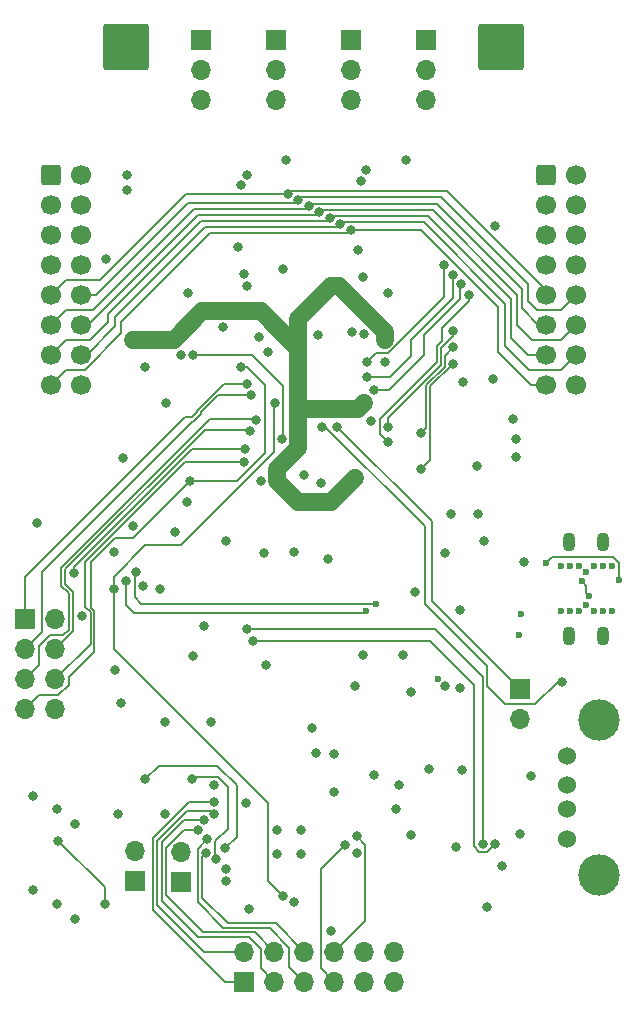
<source format=gbr>
%TF.GenerationSoftware,KiCad,Pcbnew,7.0.10*%
%TF.CreationDate,2024-02-21T15:12:55-06:00*%
%TF.ProjectId,HUB75-FPGA-Card,48554237-352d-4465-9047-412d43617264,rev?*%
%TF.SameCoordinates,Original*%
%TF.FileFunction,Copper,L4,Bot*%
%TF.FilePolarity,Positive*%
%FSLAX46Y46*%
G04 Gerber Fmt 4.6, Leading zero omitted, Abs format (unit mm)*
G04 Created by KiCad (PCBNEW 7.0.10) date 2024-02-21 15:12:55*
%MOMM*%
%LPD*%
G01*
G04 APERTURE LIST*
G04 Aperture macros list*
%AMRoundRect*
0 Rectangle with rounded corners*
0 $1 Rounding radius*
0 $2 $3 $4 $5 $6 $7 $8 $9 X,Y pos of 4 corners*
0 Add a 4 corners polygon primitive as box body*
4,1,4,$2,$3,$4,$5,$6,$7,$8,$9,$2,$3,0*
0 Add four circle primitives for the rounded corners*
1,1,$1+$1,$2,$3*
1,1,$1+$1,$4,$5*
1,1,$1+$1,$6,$7*
1,1,$1+$1,$8,$9*
0 Add four rect primitives between the rounded corners*
20,1,$1+$1,$2,$3,$4,$5,0*
20,1,$1+$1,$4,$5,$6,$7,0*
20,1,$1+$1,$6,$7,$8,$9,0*
20,1,$1+$1,$8,$9,$2,$3,0*%
G04 Aperture macros list end*
%TA.AperFunction,ComponentPad*%
%ADD10RoundRect,0.250000X-0.600000X-0.600000X0.600000X-0.600000X0.600000X0.600000X-0.600000X0.600000X0*%
%TD*%
%TA.AperFunction,ComponentPad*%
%ADD11C,1.700000*%
%TD*%
%TA.AperFunction,ComponentPad*%
%ADD12R,1.700000X1.700000*%
%TD*%
%TA.AperFunction,ComponentPad*%
%ADD13O,1.700000X1.700000*%
%TD*%
%TA.AperFunction,ComponentPad*%
%ADD14RoundRect,0.250002X-1.699998X-1.699998X1.699998X-1.699998X1.699998X1.699998X-1.699998X1.699998X0*%
%TD*%
%TA.AperFunction,ComponentPad*%
%ADD15O,1.100000X1.600000*%
%TD*%
%TA.AperFunction,ComponentPad*%
%ADD16C,1.524000*%
%TD*%
%TA.AperFunction,ComponentPad*%
%ADD17C,3.500000*%
%TD*%
%TA.AperFunction,ViaPad*%
%ADD18C,0.800000*%
%TD*%
%TA.AperFunction,ViaPad*%
%ADD19C,0.600000*%
%TD*%
%TA.AperFunction,Conductor*%
%ADD20C,0.203200*%
%TD*%
%TA.AperFunction,Conductor*%
%ADD21C,0.200000*%
%TD*%
%TA.AperFunction,Conductor*%
%ADD22C,1.500000*%
%TD*%
%TA.AperFunction,Conductor*%
%ADD23C,0.210820*%
%TD*%
G04 APERTURE END LIST*
D10*
%TO.P,J3,1,Pin_1*%
%TO.N,/Level Shifters/B3_out*%
X133985000Y-62230000D03*
D11*
%TO.P,J3,2,Pin_2*%
%TO.N,/Level Shifters/G3_out*%
X136525000Y-62230000D03*
%TO.P,J3,3,Pin_3*%
%TO.N,/Level Shifters/R3_out*%
X133985000Y-64770000D03*
%TO.P,J3,4,Pin_4*%
%TO.N,GND*%
X136525000Y-64770000D03*
%TO.P,J3,5,Pin_5*%
%TO.N,/Level Shifters/B4_out*%
X133985000Y-67310000D03*
%TO.P,J3,6,Pin_6*%
%TO.N,/Level Shifters/G4_out*%
X136525000Y-67310000D03*
%TO.P,J3,7,Pin_7*%
%TO.N,/Level Shifters/R4_out*%
X133985000Y-69850000D03*
%TO.P,J3,8,Pin_8*%
%TO.N,GND*%
X136525000Y-69850000D03*
%TO.P,J3,9,Pin_9*%
%TO.N,/Level Shifters/A_RCLK_out*%
X133985000Y-72390000D03*
%TO.P,J3,10,Pin_10*%
%TO.N,/Level Shifters/B_out*%
X136525000Y-72390000D03*
%TO.P,J3,11,Pin_11*%
%TO.N,/Level Shifters/C_RDAT_out*%
X133985000Y-74930000D03*
%TO.P,J3,12,Pin_12*%
%TO.N,/Level Shifters/D_out*%
X136525000Y-74930000D03*
%TO.P,J3,13,Pin_13*%
%TO.N,/Level Shifters/CLK_out*%
X133985000Y-77470000D03*
%TO.P,J3,14,Pin_14*%
%TO.N,/Level Shifters/LAT_out*%
X136525000Y-77470000D03*
%TO.P,J3,15,Pin_15*%
%TO.N,/Level Shifters/BLNK_out*%
X133985000Y-80010000D03*
%TO.P,J3,16,Pin_16*%
%TO.N,GND*%
X136525000Y-80010000D03*
%TD*%
D12*
%TO.P,J6,1,Pin_1*%
%TO.N,+5V*%
X104775000Y-50800000D03*
D13*
%TO.P,J6,2,Pin_2*%
%TO.N,/Level Shifters/LED1_out*%
X104775000Y-53340000D03*
%TO.P,J6,3,Pin_3*%
%TO.N,GND*%
X104775000Y-55880000D03*
%TD*%
D12*
%TO.P,J9,1,Pin_1*%
%TO.N,+5V*%
X123825000Y-50800000D03*
D13*
%TO.P,J9,2,Pin_2*%
%TO.N,/Level Shifters/LED4_out*%
X123825000Y-53340000D03*
%TO.P,J9,3,Pin_3*%
%TO.N,GND*%
X123825000Y-55880000D03*
%TD*%
D14*
%TO.P,J4,1,Pin_1*%
%TO.N,+5V*%
X98425000Y-51435000D03*
%TD*%
D12*
%TO.P,J13,1,Pin_1*%
%TO.N,+5V*%
X99187000Y-122052000D03*
D13*
%TO.P,J13,2,Pin_2*%
%TO.N,Net-(J13-Pin_2)*%
X99187000Y-119512000D03*
%TD*%
D14*
%TO.P,J5,1,Pin_1*%
%TO.N,GND*%
X130175000Y-51435000D03*
%TD*%
D12*
%TO.P,J8,1,Pin_1*%
%TO.N,+5V*%
X117475000Y-50815000D03*
D13*
%TO.P,J8,2,Pin_2*%
%TO.N,/Level Shifters/LED3_out*%
X117475000Y-53355000D03*
%TO.P,J8,3,Pin_3*%
%TO.N,GND*%
X117475000Y-55895000D03*
%TD*%
D12*
%TO.P,J7,1,Pin_1*%
%TO.N,+5V*%
X111125000Y-50815000D03*
D13*
%TO.P,J7,2,Pin_2*%
%TO.N,/Level Shifters/LED2_out*%
X111125000Y-53355000D03*
%TO.P,J7,3,Pin_3*%
%TO.N,GND*%
X111125000Y-55895000D03*
%TD*%
D15*
%TO.P,J10,S1,SHIELD*%
%TO.N,GND*%
X135988500Y-101282000D03*
X138848500Y-101282000D03*
X135988500Y-93282000D03*
X138848500Y-93282000D03*
%TD*%
D12*
%TO.P,J12,1,Pin_1*%
%TO.N,/MCU/GPIO0*%
X108458000Y-130556000D03*
D13*
%TO.P,J12,2,Pin_2*%
%TO.N,/MCU/GPIO1*%
X108458000Y-128016000D03*
%TO.P,J12,3,Pin_3*%
%TO.N,/MCU/GPIO2*%
X110998000Y-130556000D03*
%TO.P,J12,4,Pin_4*%
%TO.N,/MCU/GPIO3*%
X110998000Y-128016000D03*
%TO.P,J12,5,Pin_5*%
%TO.N,/MCU/GPIO4*%
X113538000Y-130556000D03*
%TO.P,J12,6,Pin_6*%
%TO.N,/MCU/GPIO5*%
X113538000Y-128016000D03*
%TO.P,J12,7,Pin_7*%
%TO.N,/MCU/GPIO26*%
X116078000Y-130556000D03*
%TO.P,J12,8,Pin_8*%
%TO.N,/MCU/GPIO27*%
X116078000Y-128016000D03*
%TO.P,J12,9,Pin_9*%
%TO.N,+3V3*%
X118618000Y-130556000D03*
%TO.P,J12,10,Pin_10*%
X118618000Y-128016000D03*
%TO.P,J12,11,Pin_11*%
%TO.N,GND*%
X121158000Y-130556000D03*
%TO.P,J12,12,Pin_12*%
X121158000Y-128016000D03*
%TD*%
D12*
%TO.P,JP1,1,A*%
%TO.N,Net-(JP1-A)*%
X131826000Y-105786000D03*
D13*
%TO.P,JP1,2,B*%
%TO.N,+3V3*%
X131826000Y-108326000D03*
%TD*%
D16*
%TO.P,J11,1,VBUS*%
%TO.N,+5V*%
X135805000Y-118435000D03*
%TO.P,J11,2,D-*%
%TO.N,/USB Hub/USB_EXT_D-*%
X135805000Y-115935000D03*
%TO.P,J11,3,D+*%
%TO.N,/USB Hub/USB_EXT_D+*%
X135805000Y-113935000D03*
%TO.P,J11,4,GND*%
%TO.N,GND*%
X135805000Y-111435000D03*
D17*
%TO.P,J11,5,Shield*%
X138515000Y-121505000D03*
X138515000Y-108365000D03*
%TD*%
D12*
%TO.P,J1,1,Pin_1*%
%TO.N,/FPGA/TDO*%
X89911000Y-99832000D03*
D13*
%TO.P,J1,2,Pin_2*%
%TO.N,+3V3*%
X92451000Y-99832000D03*
%TO.P,J1,3,Pin_3*%
%TO.N,/FPGA/TCK*%
X89911000Y-102372000D03*
%TO.P,J1,4,Pin_4*%
%TO.N,/FPGA/TDI*%
X92451000Y-102372000D03*
%TO.P,J1,5,Pin_5*%
%TO.N,/FPGA/TMS*%
X89911000Y-104912000D03*
%TO.P,J1,6,Pin_6*%
%TO.N,/FPGA/CRESET_N*%
X92451000Y-104912000D03*
%TO.P,J1,7,Pin_7*%
%TO.N,/FPGA/SS*%
X89911000Y-107452000D03*
%TO.P,J1,8,Pin_8*%
%TO.N,GND*%
X92451000Y-107452000D03*
%TD*%
D10*
%TO.P,J2,1,Pin_1*%
%TO.N,/Level Shifters/B1_out*%
X92075000Y-62230000D03*
D11*
%TO.P,J2,2,Pin_2*%
%TO.N,/Level Shifters/G1_out*%
X94615000Y-62230000D03*
%TO.P,J2,3,Pin_3*%
%TO.N,/Level Shifters/R1_out*%
X92075000Y-64770000D03*
%TO.P,J2,4,Pin_4*%
%TO.N,GND*%
X94615000Y-64770000D03*
%TO.P,J2,5,Pin_5*%
%TO.N,/Level Shifters/B2_out*%
X92075000Y-67310000D03*
%TO.P,J2,6,Pin_6*%
%TO.N,/Level Shifters/G2_out*%
X94615000Y-67310000D03*
%TO.P,J2,7,Pin_7*%
%TO.N,/Level Shifters/R2_out*%
X92075000Y-69850000D03*
%TO.P,J2,8,Pin_8*%
%TO.N,GND*%
X94615000Y-69850000D03*
%TO.P,J2,9,Pin_9*%
%TO.N,/Level Shifters/A_RCLK_out*%
X92075000Y-72390000D03*
%TO.P,J2,10,Pin_10*%
%TO.N,/Level Shifters/B_out*%
X94615000Y-72390000D03*
%TO.P,J2,11,Pin_11*%
%TO.N,/Level Shifters/C_RDAT_out*%
X92075000Y-74930000D03*
%TO.P,J2,12,Pin_12*%
%TO.N,/Level Shifters/D_out*%
X94615000Y-74930000D03*
%TO.P,J2,13,Pin_13*%
%TO.N,/Level Shifters/CLK_out*%
X92075000Y-77470000D03*
%TO.P,J2,14,Pin_14*%
%TO.N,/Level Shifters/LAT_out*%
X94615000Y-77470000D03*
%TO.P,J2,15,Pin_15*%
%TO.N,/Level Shifters/BLNK_out*%
X92075000Y-80010000D03*
%TO.P,J2,16,Pin_16*%
%TO.N,GND*%
X94615000Y-80010000D03*
%TD*%
D12*
%TO.P,J14,1,Pin_1*%
%TO.N,+5V*%
X103124000Y-122095500D03*
D13*
%TO.P,J14,2,Pin_2*%
%TO.N,Net-(J14-Pin_2)*%
X103124000Y-119555500D03*
%TD*%
D18*
%TO.N,GND*%
X114554000Y-111190000D03*
X131191000Y-82931000D03*
X102616000Y-92456000D03*
X107950000Y-68326000D03*
X105664000Y-108585000D03*
X122936000Y-97536000D03*
X98552000Y-63500000D03*
X120650000Y-72263000D03*
X132128750Y-94996000D03*
X122133400Y-60960000D03*
X114681000Y-75819000D03*
X108577734Y-115389400D03*
X129032000Y-124206000D03*
X108839000Y-124411000D03*
X125476000Y-94234000D03*
X132715000Y-113157000D03*
X101727000Y-108585000D03*
X110112351Y-94287898D03*
X108458000Y-70612000D03*
X126746000Y-99060000D03*
X126365000Y-119126000D03*
X128778000Y-93218000D03*
X99060000Y-91948000D03*
X114173000Y-109093000D03*
X118110000Y-68605000D03*
X101854000Y-81533994D03*
X119481638Y-113015320D03*
X117602000Y-75565000D03*
X90551000Y-122809000D03*
X118491000Y-70866000D03*
X112679144Y-94137144D03*
X122555000Y-106045000D03*
X90932000Y-91694000D03*
X109902000Y-88138000D03*
X97536000Y-104140000D03*
X131826000Y-118066000D03*
X110276299Y-103759000D03*
X111699600Y-70231000D03*
X97409000Y-94193600D03*
X105029000Y-100457000D03*
X127000000Y-79756000D03*
X106934000Y-122047000D03*
X106637500Y-75141500D03*
X111252000Y-119761000D03*
X113284000Y-117729000D03*
X121920000Y-102870000D03*
D19*
X131699000Y-101219000D03*
D18*
X108204000Y-63119000D03*
X99884452Y-97088358D03*
X90551000Y-114808000D03*
X94742000Y-99568000D03*
X130273978Y-120789157D03*
X124079000Y-112522000D03*
D19*
X124841000Y-104902000D03*
D18*
X103124000Y-77470000D03*
X115570000Y-94742000D03*
X119220934Y-83058000D03*
X121285000Y-115951000D03*
X109728000Y-75946000D03*
X92583000Y-123952000D03*
X92583000Y-115951000D03*
X114962422Y-88292423D03*
X111252000Y-117729000D03*
X112014000Y-60960000D03*
X113284000Y-119761000D03*
X104140000Y-102997000D03*
X129667000Y-66548000D03*
X118351080Y-62768147D03*
X115824000Y-126238000D03*
X97790000Y-116332000D03*
X101727000Y-116332000D03*
D19*
%TO.N,+5V*%
X137418500Y-98679000D03*
D18*
X118745000Y-61849000D03*
D19*
X136021500Y-99187000D03*
X137418500Y-95885000D03*
D18*
X126873000Y-112649000D03*
D19*
X138053500Y-95377000D03*
D18*
X96774000Y-69342000D03*
D19*
X138053500Y-99187000D03*
X136783500Y-99187000D03*
X135259500Y-95377000D03*
X131861750Y-99441000D03*
D18*
X121539000Y-113919000D03*
X131445000Y-86106000D03*
D19*
X138815500Y-99187000D03*
X139577500Y-95377000D03*
D18*
X126746000Y-105664000D03*
D19*
X138815500Y-95377000D03*
X136021500Y-95377000D03*
D18*
X108712000Y-62230000D03*
X98568222Y-62246222D03*
X122555000Y-118110000D03*
D19*
X139577500Y-99187000D03*
X135259500Y-99187000D03*
X136783500Y-95377000D03*
D18*
X131445000Y-84582000D03*
%TO.N,/FPGA/CLK_12MHZ*%
X111760000Y-123317000D03*
X97409000Y-97282000D03*
X111058400Y-81594400D03*
%TO.N,+3V3*%
X117983000Y-119634000D03*
X118491000Y-102870000D03*
X117856000Y-105537000D03*
X103665200Y-72225467D03*
X116078000Y-114492000D03*
X100076000Y-78486000D03*
X110490000Y-77216000D03*
X98044000Y-106934000D03*
X113538000Y-87630000D03*
X125477398Y-105538398D03*
X106934000Y-121046997D03*
X120396000Y-78116600D03*
X112649000Y-123825000D03*
X118618000Y-75692000D03*
X98171000Y-86233000D03*
X106934000Y-93218000D03*
X103632000Y-89916000D03*
X129540000Y-79502000D03*
X94107000Y-125222000D03*
X116078000Y-111252000D03*
X101346000Y-97282000D03*
X125984000Y-90932000D03*
X108722116Y-71624628D03*
X105918000Y-113919000D03*
X128270000Y-90932000D03*
X128143000Y-86868000D03*
X94107000Y-117221000D03*
%TO.N,/FPGA/TCK*%
X109026400Y-80904494D03*
%TO.N,+1V2*%
X117856000Y-87884000D03*
X120396000Y-76200000D03*
X116501600Y-71653184D03*
X118618000Y-81534000D03*
X111252000Y-87630000D03*
X113030000Y-82042000D03*
X99060000Y-76200000D03*
X113030000Y-76962000D03*
%TO.N,/Level Shifters/BLNK_out*%
X117475000Y-66929000D03*
%TO.N,/Level Shifters/LAT_out*%
X116586000Y-66421000D03*
%TO.N,/Level Shifters/CLK_out*%
X115697000Y-65913000D03*
%TO.N,/FPGA/G3*%
X118872000Y-78116600D03*
X125394193Y-69871407D03*
%TO.N,/FPGA/B3*%
X126117200Y-70739000D03*
X118872000Y-79375000D03*
%TO.N,/FPGA/R3*%
X126818800Y-71510300D03*
X119428000Y-80454000D03*
%TO.N,/FPGA/SS*%
X108204000Y-78486000D03*
X103892718Y-88142931D03*
%TO.N,/FPGA/TMS*%
X109474000Y-82997600D03*
%TO.N,/FPGA/TDI*%
X108966000Y-83950000D03*
%TO.N,/FPGA/TDO*%
X108649709Y-79923923D03*
%TO.N,/FPGA/CRESET_N*%
X108446710Y-86542700D03*
D19*
%TO.N,/USB Hub/RAW_D-*%
X137037500Y-96647000D03*
X137672500Y-97917000D03*
D18*
%TO.N,/MCU/SCL1*%
X96647000Y-123952000D03*
X92710000Y-118618000D03*
%TO.N,/MCU/5VSW_1*%
X100076000Y-113411000D03*
X106822992Y-119268992D03*
%TO.N,/MCU/5VSW_2*%
X104013000Y-113411000D03*
X106062418Y-120174390D03*
D19*
%TO.N,Net-(J10-CC2)*%
X133985000Y-95123000D03*
X140208000Y-96520000D03*
D18*
%TO.N,Net-(U10-VDD)*%
X109220000Y-101727000D03*
X129667000Y-118872000D03*
%TO.N,Net-(U9-MICIN)*%
X128651000Y-118872000D03*
X108712000Y-100711000D03*
%TO.N,Net-(U3B-GPIOL_08_CDI0)*%
X108511720Y-85490705D03*
X94072346Y-95959222D03*
%TO.N,Net-(U3B-GPIOL_09_CDI1)*%
X104140000Y-77470000D03*
X111680000Y-84582000D03*
%TO.N,Net-(U3C-GPIOR_149_CBUS2)*%
X126111000Y-75438000D03*
X120627334Y-83567741D03*
%TO.N,Net-(U3C-GPIOR_150_CBUS1)*%
X120592300Y-84836000D03*
X127508000Y-72390000D03*
%TO.N,Net-(U3C-GPIOR_151_CBUS0)*%
X126131146Y-76835849D03*
X123450097Y-84108636D03*
%TO.N,Net-(U3C-GPIOR_158_TEST_N)*%
X123444000Y-87122000D03*
X126111000Y-78232000D03*
%TO.N,Net-(U7-CS)*%
X98425000Y-96647000D03*
D19*
X118745000Y-99187000D03*
%TO.N,Net-(U7-CLK)*%
X119593577Y-98546492D03*
D18*
X99314000Y-95885000D03*
%TO.N,/MCU/GPIO0*%
X105918000Y-115316000D03*
%TO.N,/MCU/GPIO1*%
X105918000Y-116332000D03*
%TO.N,/MCU/GPIO2*%
X105029000Y-116840000D03*
%TO.N,/MCU/GPIO3*%
X104521000Y-117729000D03*
%TO.N,/MCU/GPIO4*%
X105333766Y-118477747D03*
%TO.N,/MCU/GPIO5*%
X105221000Y-119634000D03*
%TO.N,/MCU/GPIO26*%
X116967000Y-118999000D03*
%TO.N,/MCU/GPIO27*%
X117983000Y-118237000D03*
%TO.N,/Level Shifters/A_RCLK_out*%
X112141000Y-63881000D03*
%TO.N,/Level Shifters/B_out*%
X113030000Y-64389000D03*
%TO.N,/Level Shifters/C_RDAT_out*%
X113925989Y-64897000D03*
%TO.N,/Level Shifters/D_out*%
X114808000Y-65405000D03*
%TO.N,Net-(JP1-A)*%
X116332000Y-83566000D03*
%TO.N,Net-(U3B-GPIOL_69_CBSEL1)*%
X135382000Y-105155000D03*
X115062000Y-83566000D03*
%TD*%
D20*
%TO.N,/FPGA/CLK_12MHZ*%
X100076000Y-93599000D02*
X103124000Y-93599000D01*
X110978400Y-85744600D02*
X110978400Y-81674400D01*
X97409000Y-97282000D02*
X97409000Y-96266000D01*
D21*
X111760000Y-123317000D02*
X110490000Y-122047000D01*
X97409000Y-102362000D02*
X97409000Y-97282000D01*
X110490000Y-115443000D02*
X97409000Y-102362000D01*
X110490000Y-122047000D02*
X110490000Y-115443000D01*
D20*
X103124000Y-93599000D02*
X110978400Y-85744600D01*
X110978400Y-81674400D02*
X111058400Y-81594400D01*
X97409000Y-96266000D02*
X100076000Y-93599000D01*
%TO.N,/FPGA/TCK*%
X104117125Y-83080875D02*
X91299400Y-95898600D01*
X104208675Y-83080875D02*
X104117125Y-83080875D01*
X91299400Y-100983600D02*
X89911000Y-102372000D01*
X106252480Y-80904494D02*
X104813089Y-82343885D01*
X109026400Y-80904494D02*
X106252480Y-80904494D01*
X104813089Y-82476462D02*
X104208675Y-83080875D01*
X104813089Y-82343885D02*
X104813089Y-82476462D01*
X91299400Y-95898600D02*
X91299400Y-100983600D01*
D22*
%TO.N,+1V2*%
X113030000Y-82042000D02*
X113030000Y-85344000D01*
X111252000Y-87630000D02*
X111252000Y-88138000D01*
X113030000Y-76962000D02*
X113030000Y-82042000D01*
X113030000Y-85344000D02*
X111252000Y-87122000D01*
X118110000Y-82042000D02*
X118618000Y-81534000D01*
X120396000Y-76200000D02*
X120396000Y-75547584D01*
X113030000Y-76962000D02*
X113030000Y-74422000D01*
X115798816Y-71653184D02*
X116501600Y-71653184D01*
X113030000Y-74422000D02*
X115798816Y-71653184D01*
X104893311Y-73791500D02*
X102484811Y-76200000D01*
X102484811Y-76200000D02*
X99060000Y-76200000D01*
X111252000Y-88138000D02*
X113030000Y-89916000D01*
X113030000Y-89916000D02*
X115824000Y-89916000D01*
X111252000Y-87122000D02*
X111252000Y-87630000D01*
X115824000Y-89916000D02*
X117856000Y-87884000D01*
X113030000Y-82042000D02*
X118110000Y-82042000D01*
X113030000Y-76962000D02*
X109859500Y-73791500D01*
X109859500Y-73791500D02*
X104893311Y-73791500D01*
X120396000Y-75547584D02*
X116501600Y-71653184D01*
D20*
%TO.N,/Level Shifters/BLNK_out*%
X117221000Y-67183000D02*
X105537000Y-67183000D01*
X132715000Y-80010000D02*
X133985000Y-80010000D01*
X93345000Y-78740000D02*
X92075000Y-80010000D01*
X94973609Y-78740000D02*
X93345000Y-78740000D01*
X117475000Y-66929000D02*
X117221000Y-67183000D01*
X123444000Y-66929000D02*
X129921000Y-73406000D01*
X129921000Y-73406000D02*
X129921000Y-77216000D01*
X105537000Y-67183000D02*
X98044000Y-74676000D01*
X117475000Y-66929000D02*
X123444000Y-66929000D01*
X98044000Y-75669609D02*
X94973609Y-78740000D01*
X129921000Y-77216000D02*
X132715000Y-80010000D01*
X98044000Y-74676000D02*
X98044000Y-75669609D01*
%TO.N,/Level Shifters/LAT_out*%
X116586000Y-66421000D02*
X116332000Y-66675000D01*
X130556000Y-76708000D02*
X132588000Y-78740000D01*
X95123000Y-77470000D02*
X94615000Y-77470000D01*
X132588000Y-78740000D02*
X135255000Y-78740000D01*
X116332000Y-66675000D02*
X105156000Y-66675000D01*
X105156000Y-66675000D02*
X97536000Y-74295000D01*
X130556000Y-73152000D02*
X130556000Y-76708000D01*
X123631400Y-66227400D02*
X130556000Y-73152000D01*
X94615000Y-77470000D02*
X95250000Y-77470000D01*
X97536000Y-75057000D02*
X95123000Y-77470000D01*
X116779600Y-66227400D02*
X123631400Y-66227400D01*
X135255000Y-78740000D02*
X136525000Y-77470000D01*
X116586000Y-66421000D02*
X116779600Y-66227400D01*
X97536000Y-74295000D02*
X97536000Y-75057000D01*
%TO.N,/Level Shifters/CLK_out*%
X115890600Y-65719400D02*
X124012400Y-65719400D01*
X96901000Y-74676000D02*
X95377000Y-76200000D01*
X132461000Y-77470000D02*
X133985000Y-77470000D01*
X96901000Y-74041000D02*
X96901000Y-74676000D01*
X115443000Y-66167000D02*
X104775000Y-66167000D01*
X93345000Y-76200000D02*
X92075000Y-77470000D01*
X124012400Y-65719400D02*
X131064000Y-72771000D01*
X115697000Y-65913000D02*
X115443000Y-66167000D01*
X131064000Y-76073000D02*
X132461000Y-77470000D01*
X95377000Y-76200000D02*
X93345000Y-76200000D01*
X104775000Y-66167000D02*
X96901000Y-74041000D01*
X131064000Y-72771000D02*
X131064000Y-76073000D01*
X115697000Y-65913000D02*
X115890600Y-65719400D01*
%TO.N,/FPGA/G3*%
X118872000Y-78116600D02*
X119645600Y-77343000D01*
X120636949Y-77343000D02*
X125394193Y-72585756D01*
X119645600Y-77343000D02*
X120636949Y-77343000D01*
X125394193Y-72585756D02*
X125394193Y-69871407D01*
%TO.N,/FPGA/B3*%
X122555000Y-76200000D02*
X126117200Y-72637800D01*
X122555000Y-77597000D02*
X122555000Y-76200000D01*
X120777000Y-79375000D02*
X122555000Y-77597000D01*
X126117200Y-72637800D02*
X126117200Y-70739000D01*
X118872000Y-79375000D02*
X120777000Y-79375000D01*
%TO.N,/FPGA/R3*%
X126746000Y-71583100D02*
X126818800Y-71510300D01*
X120714000Y-80454000D02*
X123698000Y-77470000D01*
X123698000Y-75819000D02*
X126746000Y-72771000D01*
X126746000Y-72771000D02*
X126746000Y-71583100D01*
X123698000Y-77470000D02*
X123698000Y-75819000D01*
X119428000Y-80454000D02*
X120714000Y-80454000D01*
%TO.N,/FPGA/SS*%
X103892718Y-88142931D02*
X107851129Y-88142931D01*
X92691209Y-106300400D02*
X91062600Y-106300400D01*
X95504000Y-95019787D02*
X95504000Y-98870813D01*
X93602600Y-105389009D02*
X92691209Y-106300400D01*
X91062600Y-106300400D02*
X89911000Y-107452000D01*
X97499387Y-93024400D02*
X95504000Y-95019787D01*
X95773800Y-102603800D02*
X93602600Y-104775000D01*
X108712000Y-78486000D02*
X108204000Y-78486000D01*
X107851129Y-88142931D02*
X110236000Y-85758060D01*
X110236000Y-80010000D02*
X108712000Y-78486000D01*
X103892718Y-88142931D02*
X99011249Y-93024400D01*
X99011249Y-93024400D02*
X97499387Y-93024400D01*
X93602600Y-104775000D02*
X93602600Y-105389009D01*
X95773800Y-99140614D02*
X95773800Y-102603800D01*
X95504000Y-98870813D02*
X95773800Y-99140614D01*
X110236000Y-85758060D02*
X110236000Y-80010000D01*
%TO.N,/FPGA/TMS*%
X105564566Y-82903434D02*
X92964000Y-95504000D01*
X93135626Y-101220400D02*
X91973991Y-101220400D01*
X93602600Y-97666600D02*
X93602600Y-100753426D01*
X91973991Y-101220400D02*
X91062600Y-102131791D01*
X92964000Y-97028000D02*
X93602600Y-97666600D01*
X92964000Y-95504000D02*
X92964000Y-97028000D01*
X93602600Y-100753426D02*
X93135626Y-101220400D01*
X109379834Y-82903434D02*
X105564566Y-82903434D01*
X109474000Y-82997600D02*
X109379834Y-82903434D01*
X91062600Y-102131791D02*
X91062600Y-103760400D01*
X91062600Y-103760400D02*
X89911000Y-104912000D01*
%TO.N,/FPGA/TDI*%
X108843505Y-83827505D02*
X105107469Y-83827505D01*
X93932800Y-100890199D02*
X92451000Y-102372000D01*
X93294200Y-95640774D02*
X93294200Y-96891226D01*
X93294200Y-96891226D02*
X93932800Y-97529826D01*
X105107469Y-83827505D02*
X93294200Y-95640774D01*
X108966000Y-83950000D02*
X108843505Y-83827505D01*
X93932800Y-97529826D02*
X93932800Y-100890199D01*
%TO.N,/FPGA/TDO*%
X108649709Y-79923923D02*
X106766077Y-79923923D01*
X104482889Y-82207111D02*
X104482889Y-82339688D01*
X104482889Y-82339688D02*
X104071902Y-82750675D01*
X103431325Y-82750675D02*
X89911000Y-96271000D01*
X104071902Y-82750675D02*
X103431325Y-82750675D01*
X89911000Y-96271000D02*
X89911000Y-99832000D01*
X106766077Y-79923923D02*
X104482889Y-82207111D01*
%TO.N,/FPGA/CRESET_N*%
X94996000Y-98829787D02*
X94996000Y-94996000D01*
X92451000Y-104912000D02*
X95443600Y-101919400D01*
X94996000Y-94996000D02*
X103449300Y-86542700D01*
X95443600Y-101919400D02*
X95443600Y-99277387D01*
X103449300Y-86542700D02*
X108446710Y-86542700D01*
X95443600Y-99277387D02*
X94996000Y-98829787D01*
D23*
%TO.N,/USB Hub/RAW_D-*%
X137037500Y-96647000D02*
X137418500Y-97028000D01*
X137418500Y-97028000D02*
X137418500Y-97663000D01*
X137418500Y-97663000D02*
X137672500Y-97917000D01*
D21*
%TO.N,/MCU/SCL1*%
X96647000Y-123952000D02*
X96647000Y-122555000D01*
X96647000Y-122555000D02*
X92710000Y-118618000D01*
%TO.N,/MCU/5VSW_1*%
X106822992Y-119268992D02*
X107823000Y-118268984D01*
X107823000Y-113919000D02*
X106172000Y-112268000D01*
X106172000Y-112268000D02*
X101219000Y-112268000D01*
X101219000Y-112268000D02*
X100076000Y-113411000D01*
X107823000Y-118268984D02*
X107823000Y-113919000D01*
%TO.N,/MCU/5VSW_2*%
X107061000Y-117602000D02*
X107061000Y-114072050D01*
X106207950Y-113219000D02*
X104205000Y-113219000D01*
X104205000Y-113219000D02*
X104013000Y-113411000D01*
X107061000Y-114072050D02*
X106207950Y-113219000D01*
X106011984Y-118651016D02*
X107061000Y-117602000D01*
X106011984Y-120123956D02*
X106011984Y-118651016D01*
X106062418Y-120174390D02*
X106011984Y-120123956D01*
D20*
%TO.N,Net-(J10-CC2)*%
X134493000Y-94615000D02*
X133985000Y-95123000D01*
X140208000Y-96520000D02*
X140208000Y-95123000D01*
X139700000Y-94615000D02*
X134493000Y-94615000D01*
X140208000Y-95123000D02*
X139700000Y-94615000D01*
%TO.N,Net-(U10-VDD)*%
X129667000Y-118872000D02*
X128965400Y-119573600D01*
X128360387Y-119573600D02*
X127889000Y-119102213D01*
X127889000Y-119102213D02*
X127889000Y-105410000D01*
X128965400Y-119573600D02*
X128360387Y-119573600D01*
X127889000Y-105410000D02*
X124206000Y-101727000D01*
X124206000Y-101727000D02*
X109220000Y-101727000D01*
%TO.N,Net-(U9-MICIN)*%
X128651000Y-118872000D02*
X128651000Y-104775000D01*
X128651000Y-104775000D02*
X126111000Y-102235000D01*
X126111000Y-102235000D02*
X124587000Y-100711000D01*
X124587000Y-100711000D02*
X108712000Y-100711000D01*
%TO.N,Net-(U3B-GPIOL_08_CDI0)*%
X94072346Y-95411654D02*
X103993295Y-85490705D01*
X94072346Y-95959222D02*
X94072346Y-95411654D01*
X103993295Y-85490705D02*
X108511720Y-85490705D01*
%TO.N,Net-(U3B-GPIOL_09_CDI1)*%
X109093000Y-77470000D02*
X104140000Y-77470000D01*
X111760000Y-84502000D02*
X111760000Y-80137000D01*
X111760000Y-80137000D02*
X109093000Y-77470000D01*
X111680000Y-84582000D02*
X111760000Y-84502000D01*
%TO.N,Net-(U3C-GPIOR_149_CBUS2)*%
X125079200Y-78329852D02*
X120627334Y-82781718D01*
X120627334Y-82781718D02*
X120627334Y-83567741D01*
X126111000Y-75863782D02*
X125079200Y-76895582D01*
X125079200Y-76895582D02*
X125079200Y-78329852D01*
X126111000Y-75438000D02*
X126111000Y-75863782D01*
%TO.N,Net-(U3C-GPIOR_150_CBUS1)*%
X124749000Y-78070000D02*
X119922534Y-82896466D01*
X125222000Y-75184000D02*
X125222000Y-76285808D01*
X127508000Y-72898000D02*
X125222000Y-75184000D01*
X127508000Y-72390000D02*
X127508000Y-72898000D01*
X125222000Y-76285808D02*
X124749000Y-76758809D01*
X119922534Y-84166234D02*
X120592300Y-84836000D01*
X124749000Y-76758809D02*
X124749000Y-78070000D01*
X119922534Y-82896466D02*
X119922534Y-84166234D01*
%TO.N,Net-(U3C-GPIOR_151_CBUS0)*%
X125409400Y-77557595D02*
X125409400Y-78466626D01*
X126131146Y-76835849D02*
X125409400Y-77557595D01*
X123875800Y-83682933D02*
X123450097Y-84108636D01*
X125409400Y-78466626D02*
X123875800Y-80000227D01*
X123875800Y-80000227D02*
X123875800Y-83682933D01*
%TO.N,Net-(U3C-GPIOR_158_TEST_N)*%
X126111000Y-78232000D02*
X124206000Y-80137000D01*
X124206000Y-80137000D02*
X124206000Y-86360000D01*
X124206000Y-86360000D02*
X123444000Y-87122000D01*
%TO.N,Net-(U7-CS)*%
X118618000Y-99314000D02*
X99101026Y-99314000D01*
X118745000Y-99187000D02*
X118618000Y-99314000D01*
X98425000Y-98637974D02*
X98425000Y-96647000D01*
X99101026Y-99314000D02*
X98425000Y-98637974D01*
%TO.N,Net-(U7-CLK)*%
X119593577Y-98546492D02*
X119588069Y-98552000D01*
X99182852Y-98016065D02*
X99182852Y-96016148D01*
X99718787Y-98552000D02*
X99182852Y-98016065D01*
X119588069Y-98552000D02*
X99718787Y-98552000D01*
X99182852Y-96016148D02*
X99314000Y-95885000D01*
D21*
%TO.N,/MCU/GPIO0*%
X103759000Y-115316000D02*
X100711000Y-118364000D01*
X106807000Y-130556000D02*
X108458000Y-130556000D01*
X100711000Y-118364000D02*
X100711000Y-124460000D01*
X100711000Y-124460000D02*
X106807000Y-130556000D01*
X105918000Y-115316000D02*
X103759000Y-115316000D01*
%TO.N,/MCU/GPIO1*%
X101092000Y-118618000D02*
X101092000Y-124079000D01*
X105918000Y-116332000D02*
X105726000Y-116140000D01*
X101092000Y-124079000D02*
X105029000Y-128016000D01*
X105726000Y-116140000D02*
X103570000Y-116140000D01*
X105029000Y-128016000D02*
X108458000Y-128016000D01*
X103570000Y-116140000D02*
X101092000Y-118618000D01*
%TO.N,/MCU/GPIO2*%
X101473000Y-118745000D02*
X101473000Y-123698000D01*
X108814346Y-126746000D02*
X109848000Y-127779654D01*
X105029000Y-116840000D02*
X103378000Y-116840000D01*
X101473000Y-123698000D02*
X104521000Y-126746000D01*
X109848000Y-129406000D02*
X110998000Y-130556000D01*
X109848000Y-127779654D02*
X109848000Y-129406000D01*
X104521000Y-126746000D02*
X108814346Y-126746000D01*
X103378000Y-116840000D02*
X101473000Y-118745000D01*
%TO.N,/MCU/GPIO3*%
X101854000Y-123235552D02*
X104983448Y-126365000D01*
X101854000Y-119199154D02*
X101854000Y-123235552D01*
X109347000Y-126365000D02*
X110998000Y-128016000D01*
X103324154Y-117729000D02*
X101854000Y-119199154D01*
X104521000Y-117729000D02*
X103324154Y-117729000D01*
X104983448Y-126365000D02*
X109347000Y-126365000D01*
%TO.N,/MCU/GPIO4*%
X112268000Y-129286000D02*
X113538000Y-130556000D01*
X112268000Y-127659654D02*
X112268000Y-129286000D01*
X104521000Y-123825000D02*
X106680000Y-125984000D01*
X110592346Y-125984000D02*
X112268000Y-127659654D01*
X106680000Y-125984000D02*
X110592346Y-125984000D01*
X104521000Y-119290513D02*
X104521000Y-123825000D01*
X105333766Y-118477747D02*
X104521000Y-119290513D01*
%TO.N,/MCU/GPIO5*%
X104902000Y-123444000D02*
X107061000Y-125603000D01*
X105221000Y-119634000D02*
X104902000Y-119953000D01*
X104902000Y-119953000D02*
X104902000Y-123444000D01*
X107061000Y-125603000D02*
X111125000Y-125603000D01*
X111125000Y-125603000D02*
X113538000Y-128016000D01*
%TO.N,/MCU/GPIO26*%
X114928000Y-121038000D02*
X114928000Y-129406000D01*
X116967000Y-118999000D02*
X114928000Y-121038000D01*
X114928000Y-129406000D02*
X116078000Y-130556000D01*
%TO.N,/MCU/GPIO27*%
X117983000Y-118237000D02*
X118683000Y-118937000D01*
X118683000Y-125411000D02*
X116078000Y-128016000D01*
X118683000Y-118937000D02*
X118683000Y-125411000D01*
D20*
%TO.N,/Level Shifters/A_RCLK_out*%
X133985000Y-72009000D02*
X133985000Y-72390000D01*
X93345000Y-71120000D02*
X92075000Y-72390000D01*
X112395000Y-63627000D02*
X125603000Y-63627000D01*
X103505000Y-63881000D02*
X96266000Y-71120000D01*
X96266000Y-71120000D02*
X93345000Y-71120000D01*
X112141000Y-63881000D02*
X103505000Y-63881000D01*
X112141000Y-63881000D02*
X112395000Y-63627000D01*
X125603000Y-63627000D02*
X133985000Y-72009000D01*
%TO.N,/Level Shifters/B_out*%
X125095000Y-64135000D02*
X132461000Y-71501000D01*
X132461000Y-72898000D02*
X133223000Y-73660000D01*
X95885000Y-72390000D02*
X94615000Y-72390000D01*
X112836400Y-64582600D02*
X103692400Y-64582600D01*
X132461000Y-71501000D02*
X132461000Y-72898000D01*
X113284000Y-64135000D02*
X125095000Y-64135000D01*
X133223000Y-73660000D02*
X135255000Y-73660000D01*
X113030000Y-64389000D02*
X112836400Y-64582600D01*
X135255000Y-73660000D02*
X136525000Y-72390000D01*
X103692400Y-64582600D02*
X95885000Y-72390000D01*
X113030000Y-64389000D02*
X113284000Y-64135000D01*
%TO.N,/Level Shifters/C_RDAT_out*%
X113925989Y-64897000D02*
X113732389Y-65090600D01*
X131953000Y-71882000D02*
X131953000Y-73533000D01*
X113732389Y-65090600D02*
X104200400Y-65090600D01*
X133350000Y-74930000D02*
X133985000Y-74930000D01*
X104200400Y-65090600D02*
X95631000Y-73660000D01*
X131953000Y-73533000D02*
X133350000Y-74930000D01*
X95631000Y-73660000D02*
X93345000Y-73660000D01*
X114119589Y-64703400D02*
X124774400Y-64703400D01*
X124774400Y-64703400D02*
X131953000Y-71882000D01*
X113925989Y-64897000D02*
X114119589Y-64703400D01*
X93345000Y-73660000D02*
X92075000Y-74930000D01*
%TO.N,/Level Shifters/D_out*%
X115001600Y-65211400D02*
X124393400Y-65211400D01*
X131572000Y-74930000D02*
X132842000Y-76200000D01*
X95250000Y-74930000D02*
X94615000Y-74930000D01*
X104521000Y-65659000D02*
X95250000Y-74930000D01*
X114808000Y-65405000D02*
X114554000Y-65659000D01*
X124393400Y-65211400D02*
X131572000Y-72390000D01*
X114808000Y-65405000D02*
X115001600Y-65211400D01*
X132842000Y-76200000D02*
X135255000Y-76200000D01*
X114554000Y-65659000D02*
X104521000Y-65659000D01*
X131572000Y-72390000D02*
X131572000Y-74930000D01*
X135255000Y-76200000D02*
X136525000Y-74930000D01*
%TO.N,Net-(JP1-A)*%
X124333000Y-91567000D02*
X124333000Y-98293000D01*
X116332000Y-83566000D02*
X124333000Y-91567000D01*
X124333000Y-98293000D02*
X131826000Y-105786000D01*
%TO.N,Net-(U3B-GPIOL_69_CBSEL1)*%
X123748800Y-98602800D02*
X123748800Y-91998800D01*
X133096000Y-107061000D02*
X130556000Y-107061000D01*
X130556000Y-107061000D02*
X128981200Y-105486200D01*
X115316000Y-83566000D02*
X115062000Y-83566000D01*
X128981200Y-105486200D02*
X128981200Y-103835200D01*
X135002000Y-105155000D02*
X133096000Y-107061000D01*
X135382000Y-105155000D02*
X135002000Y-105155000D01*
X128981200Y-103835200D02*
X123748800Y-98602800D01*
X123748800Y-91998800D02*
X115316000Y-83566000D01*
%TD*%
M02*

</source>
